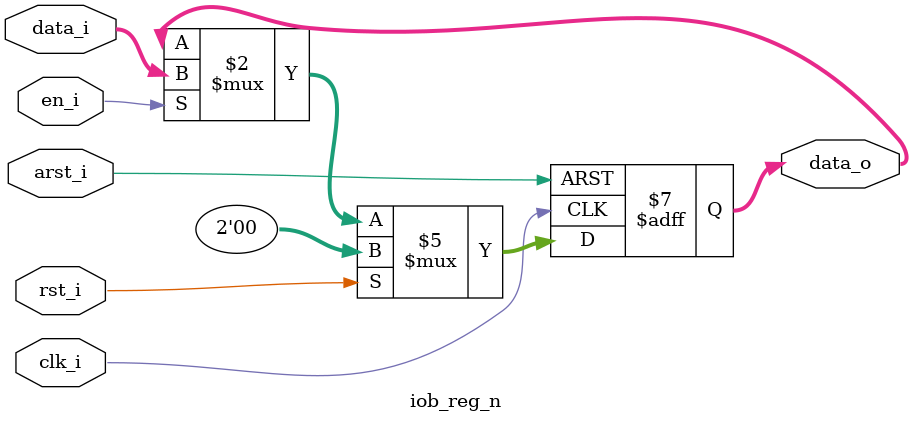
<source format=v>
`timescale 1ns / 1ps

module iob_reg_n
  #(
    parameter DATA_W = 0,
    parameter RST_VAL = 0
    )
   (
    input                   clk_i,
    input                   arst_i,
    input                   rst_i,
    input                   en_i,
    input [DATA_W-1:0]      data_i,
    output reg [DATA_W-1:0] data_o
    );

   // prevent width mismatch
   localparam [DATA_W-1:0] RST_VAL_INT = RST_VAL;
   
   always @(negedge clk_i, posedge arst_i) begin
      if (arst_i) begin
         data_o <= RST_VAL_INT;
      end else if (rst_i) begin
         data_o <= RST_VAL_INT;
      end else if (en_i) begin
         data_o <= data_i;
      end
   end

endmodule

</source>
